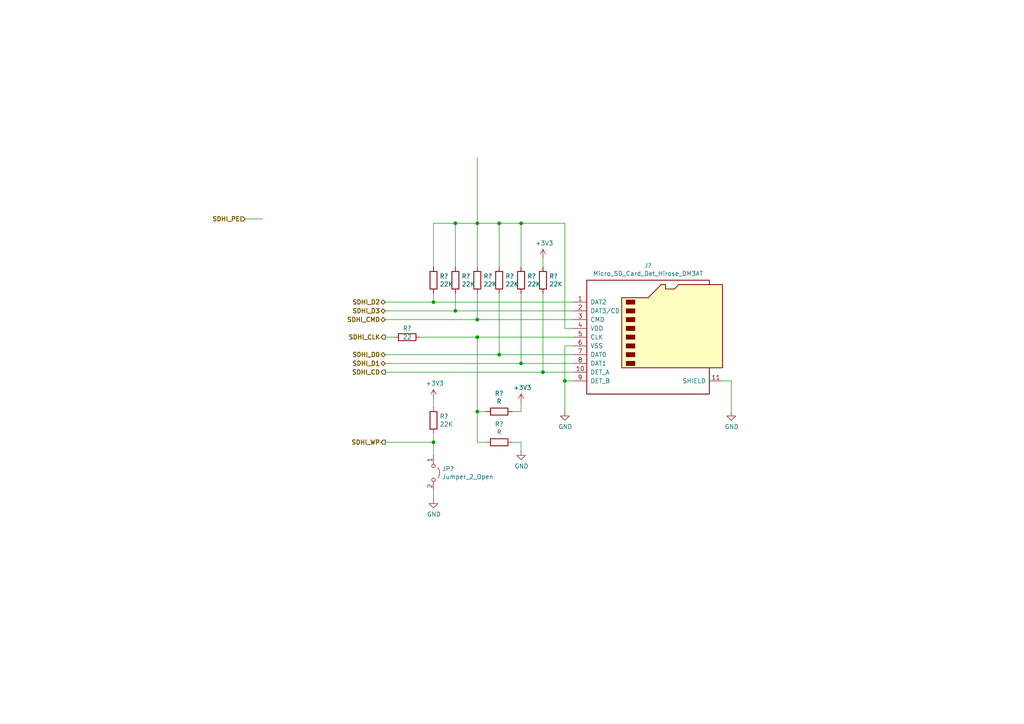
<source format=kicad_sch>
(kicad_sch (version 20211123) (generator eeschema)

  (uuid 4c8704fa-310a-4c01-8dc1-2b7e2727fea0)

  (paper "A4")

  (lib_symbols
    (symbol "Connector:Micro_SD_Card_Det_Hirose_DM3AT" (pin_names (offset 1.016)) (in_bom yes) (on_board yes)
      (property "Reference" "J" (id 0) (at -16.51 17.78 0)
        (effects (font (size 1.27 1.27)))
      )
      (property "Value" "Micro_SD_Card_Det_Hirose_DM3AT" (id 1) (at 16.51 17.78 0)
        (effects (font (size 1.27 1.27)) (justify right))
      )
      (property "Footprint" "" (id 2) (at 52.07 17.78 0)
        (effects (font (size 1.27 1.27)) hide)
      )
      (property "Datasheet" "https://www.hirose.com/product/en/download_file/key_name/DM3/category/Catalog/doc_file_id/49662/?file_category_id=4&item_id=195&is_series=1" (id 3) (at 0 2.54 0)
        (effects (font (size 1.27 1.27)) hide)
      )
      (property "ki_keywords" "connector SD microsd" (id 4) (at 0 0 0)
        (effects (font (size 1.27 1.27)) hide)
      )
      (property "ki_description" "Micro SD Card Socket with card detection pins" (id 5) (at 0 0 0)
        (effects (font (size 1.27 1.27)) hide)
      )
      (property "ki_fp_filters" "microSD*" (id 6) (at 0 0 0)
        (effects (font (size 1.27 1.27)) hide)
      )
      (symbol "Micro_SD_Card_Det_Hirose_DM3AT_0_1"
        (rectangle (start -7.62 -6.985) (end -5.08 -8.255)
          (stroke (width 0) (type default) (color 0 0 0 0))
          (fill (type outline))
        )
        (rectangle (start -7.62 -4.445) (end -5.08 -5.715)
          (stroke (width 0) (type default) (color 0 0 0 0))
          (fill (type outline))
        )
        (rectangle (start -7.62 -1.905) (end -5.08 -3.175)
          (stroke (width 0) (type default) (color 0 0 0 0))
          (fill (type outline))
        )
        (rectangle (start -7.62 0.635) (end -5.08 -0.635)
          (stroke (width 0) (type default) (color 0 0 0 0))
          (fill (type outline))
        )
        (rectangle (start -7.62 3.175) (end -5.08 1.905)
          (stroke (width 0) (type default) (color 0 0 0 0))
          (fill (type outline))
        )
        (rectangle (start -7.62 5.715) (end -5.08 4.445)
          (stroke (width 0) (type default) (color 0 0 0 0))
          (fill (type outline))
        )
        (rectangle (start -7.62 8.255) (end -5.08 6.985)
          (stroke (width 0) (type default) (color 0 0 0 0))
          (fill (type outline))
        )
        (rectangle (start -7.62 10.795) (end -5.08 9.525)
          (stroke (width 0) (type default) (color 0 0 0 0))
          (fill (type outline))
        )
        (polyline
          (pts
            (xy 16.51 15.24)
            (xy 16.51 16.51)
            (xy -19.05 16.51)
            (xy -19.05 -16.51)
            (xy 16.51 -16.51)
            (xy 16.51 -8.89)
          )
          (stroke (width 0.254) (type default) (color 0 0 0 0))
          (fill (type none))
        )
        (polyline
          (pts
            (xy -8.89 -8.89)
            (xy -8.89 11.43)
            (xy -1.27 11.43)
            (xy 2.54 15.24)
            (xy 3.81 15.24)
            (xy 3.81 13.97)
            (xy 6.35 13.97)
            (xy 7.62 15.24)
            (xy 20.32 15.24)
            (xy 20.32 -8.89)
            (xy -8.89 -8.89)
          )
          (stroke (width 0.254) (type default) (color 0 0 0 0))
          (fill (type background))
        )
      )
      (symbol "Micro_SD_Card_Det_Hirose_DM3AT_1_1"
        (pin bidirectional line (at -22.86 10.16 0) (length 3.81)
          (name "DAT2" (effects (font (size 1.27 1.27))))
          (number "1" (effects (font (size 1.27 1.27))))
        )
        (pin passive line (at -22.86 -10.16 0) (length 3.81)
          (name "DET_A" (effects (font (size 1.27 1.27))))
          (number "10" (effects (font (size 1.27 1.27))))
        )
        (pin passive line (at 20.32 -12.7 180) (length 3.81)
          (name "SHIELD" (effects (font (size 1.27 1.27))))
          (number "11" (effects (font (size 1.27 1.27))))
        )
        (pin bidirectional line (at -22.86 7.62 0) (length 3.81)
          (name "DAT3/CD" (effects (font (size 1.27 1.27))))
          (number "2" (effects (font (size 1.27 1.27))))
        )
        (pin input line (at -22.86 5.08 0) (length 3.81)
          (name "CMD" (effects (font (size 1.27 1.27))))
          (number "3" (effects (font (size 1.27 1.27))))
        )
        (pin power_in line (at -22.86 2.54 0) (length 3.81)
          (name "VDD" (effects (font (size 1.27 1.27))))
          (number "4" (effects (font (size 1.27 1.27))))
        )
        (pin input line (at -22.86 0 0) (length 3.81)
          (name "CLK" (effects (font (size 1.27 1.27))))
          (number "5" (effects (font (size 1.27 1.27))))
        )
        (pin power_in line (at -22.86 -2.54 0) (length 3.81)
          (name "VSS" (effects (font (size 1.27 1.27))))
          (number "6" (effects (font (size 1.27 1.27))))
        )
        (pin bidirectional line (at -22.86 -5.08 0) (length 3.81)
          (name "DAT0" (effects (font (size 1.27 1.27))))
          (number "7" (effects (font (size 1.27 1.27))))
        )
        (pin bidirectional line (at -22.86 -7.62 0) (length 3.81)
          (name "DAT1" (effects (font (size 1.27 1.27))))
          (number "8" (effects (font (size 1.27 1.27))))
        )
        (pin passive line (at -22.86 -12.7 0) (length 3.81)
          (name "DET_B" (effects (font (size 1.27 1.27))))
          (number "9" (effects (font (size 1.27 1.27))))
        )
      )
    )
    (symbol "Device:R" (pin_numbers hide) (pin_names (offset 0)) (in_bom yes) (on_board yes)
      (property "Reference" "R" (id 0) (at 2.032 0 90)
        (effects (font (size 1.27 1.27)))
      )
      (property "Value" "R" (id 1) (at 0 0 90)
        (effects (font (size 1.27 1.27)))
      )
      (property "Footprint" "" (id 2) (at -1.778 0 90)
        (effects (font (size 1.27 1.27)) hide)
      )
      (property "Datasheet" "~" (id 3) (at 0 0 0)
        (effects (font (size 1.27 1.27)) hide)
      )
      (property "ki_keywords" "R res resistor" (id 4) (at 0 0 0)
        (effects (font (size 1.27 1.27)) hide)
      )
      (property "ki_description" "Resistor" (id 5) (at 0 0 0)
        (effects (font (size 1.27 1.27)) hide)
      )
      (property "ki_fp_filters" "R_*" (id 6) (at 0 0 0)
        (effects (font (size 1.27 1.27)) hide)
      )
      (symbol "R_0_1"
        (rectangle (start -1.016 -2.54) (end 1.016 2.54)
          (stroke (width 0.254) (type default) (color 0 0 0 0))
          (fill (type none))
        )
      )
      (symbol "R_1_1"
        (pin passive line (at 0 3.81 270) (length 1.27)
          (name "~" (effects (font (size 1.27 1.27))))
          (number "1" (effects (font (size 1.27 1.27))))
        )
        (pin passive line (at 0 -3.81 90) (length 1.27)
          (name "~" (effects (font (size 1.27 1.27))))
          (number "2" (effects (font (size 1.27 1.27))))
        )
      )
    )
    (symbol "Jumper:Jumper_2_Open" (pin_names (offset 0) hide) (in_bom yes) (on_board yes)
      (property "Reference" "JP" (id 0) (at 0 2.794 0)
        (effects (font (size 1.27 1.27)))
      )
      (property "Value" "Jumper_2_Open" (id 1) (at 0 -2.286 0)
        (effects (font (size 1.27 1.27)))
      )
      (property "Footprint" "" (id 2) (at 0 0 0)
        (effects (font (size 1.27 1.27)) hide)
      )
      (property "Datasheet" "~" (id 3) (at 0 0 0)
        (effects (font (size 1.27 1.27)) hide)
      )
      (property "ki_keywords" "Jumper SPST" (id 4) (at 0 0 0)
        (effects (font (size 1.27 1.27)) hide)
      )
      (property "ki_description" "Jumper, 2-pole, open" (id 5) (at 0 0 0)
        (effects (font (size 1.27 1.27)) hide)
      )
      (property "ki_fp_filters" "Jumper* TestPoint*2Pads* TestPoint*Bridge*" (id 6) (at 0 0 0)
        (effects (font (size 1.27 1.27)) hide)
      )
      (symbol "Jumper_2_Open_0_0"
        (circle (center -2.032 0) (radius 0.508)
          (stroke (width 0) (type default) (color 0 0 0 0))
          (fill (type none))
        )
        (circle (center 2.032 0) (radius 0.508)
          (stroke (width 0) (type default) (color 0 0 0 0))
          (fill (type none))
        )
      )
      (symbol "Jumper_2_Open_0_1"
        (arc (start 1.524 1.27) (mid 0 1.778) (end -1.524 1.27)
          (stroke (width 0) (type default) (color 0 0 0 0))
          (fill (type none))
        )
      )
      (symbol "Jumper_2_Open_1_1"
        (pin passive line (at -5.08 0 0) (length 2.54)
          (name "A" (effects (font (size 1.27 1.27))))
          (number "1" (effects (font (size 1.27 1.27))))
        )
        (pin passive line (at 5.08 0 180) (length 2.54)
          (name "B" (effects (font (size 1.27 1.27))))
          (number "2" (effects (font (size 1.27 1.27))))
        )
      )
    )
    (symbol "power:+3.3V" (power) (pin_names (offset 0)) (in_bom yes) (on_board yes)
      (property "Reference" "#PWR" (id 0) (at 0 -3.81 0)
        (effects (font (size 1.27 1.27)) hide)
      )
      (property "Value" "+3.3V" (id 1) (at 0 3.556 0)
        (effects (font (size 1.27 1.27)))
      )
      (property "Footprint" "" (id 2) (at 0 0 0)
        (effects (font (size 1.27 1.27)) hide)
      )
      (property "Datasheet" "" (id 3) (at 0 0 0)
        (effects (font (size 1.27 1.27)) hide)
      )
      (property "ki_keywords" "power-flag" (id 4) (at 0 0 0)
        (effects (font (size 1.27 1.27)) hide)
      )
      (property "ki_description" "Power symbol creates a global label with name \"+3.3V\"" (id 5) (at 0 0 0)
        (effects (font (size 1.27 1.27)) hide)
      )
      (symbol "+3.3V_0_1"
        (polyline
          (pts
            (xy -0.762 1.27)
            (xy 0 2.54)
          )
          (stroke (width 0) (type default) (color 0 0 0 0))
          (fill (type none))
        )
        (polyline
          (pts
            (xy 0 0)
            (xy 0 2.54)
          )
          (stroke (width 0) (type default) (color 0 0 0 0))
          (fill (type none))
        )
        (polyline
          (pts
            (xy 0 2.54)
            (xy 0.762 1.27)
          )
          (stroke (width 0) (type default) (color 0 0 0 0))
          (fill (type none))
        )
      )
      (symbol "+3.3V_1_1"
        (pin power_in line (at 0 0 90) (length 0) hide
          (name "+3V3" (effects (font (size 1.27 1.27))))
          (number "1" (effects (font (size 1.27 1.27))))
        )
      )
    )
    (symbol "power:GND" (power) (pin_names (offset 0)) (in_bom yes) (on_board yes)
      (property "Reference" "#PWR" (id 0) (at 0 -6.35 0)
        (effects (font (size 1.27 1.27)) hide)
      )
      (property "Value" "GND" (id 1) (at 0 -3.81 0)
        (effects (font (size 1.27 1.27)))
      )
      (property "Footprint" "" (id 2) (at 0 0 0)
        (effects (font (size 1.27 1.27)) hide)
      )
      (property "Datasheet" "" (id 3) (at 0 0 0)
        (effects (font (size 1.27 1.27)) hide)
      )
      (property "ki_keywords" "power-flag" (id 4) (at 0 0 0)
        (effects (font (size 1.27 1.27)) hide)
      )
      (property "ki_description" "Power symbol creates a global label with name \"GND\" , ground" (id 5) (at 0 0 0)
        (effects (font (size 1.27 1.27)) hide)
      )
      (symbol "GND_0_1"
        (polyline
          (pts
            (xy 0 0)
            (xy 0 -1.27)
            (xy 1.27 -1.27)
            (xy 0 -2.54)
            (xy -1.27 -1.27)
            (xy 0 -1.27)
          )
          (stroke (width 0) (type default) (color 0 0 0 0))
          (fill (type none))
        )
      )
      (symbol "GND_1_1"
        (pin power_in line (at 0 0 270) (length 0) hide
          (name "GND" (effects (font (size 1.27 1.27))))
          (number "1" (effects (font (size 1.27 1.27))))
        )
      )
    )
  )

  (junction (at 151.13 105.41) (diameter 0) (color 0 0 0 0)
    (uuid 0c9bbc06-f1c0-4359-8448-9c515b32a886)
  )
  (junction (at 157.48 107.95) (diameter 0) (color 0 0 0 0)
    (uuid 1527299a-08b3-47c3-929f-a75c83be365e)
  )
  (junction (at 138.43 92.71) (diameter 0) (color 0 0 0 0)
    (uuid 22ab392d-1989-4185-9178-8083812ea067)
  )
  (junction (at 144.78 64.77) (diameter 0) (color 0 0 0 0)
    (uuid 29cd9e70-9b68-44f7-96b2-fe993c246832)
  )
  (junction (at 144.78 102.87) (diameter 0) (color 0 0 0 0)
    (uuid 2dc66f7e-d85d-4081-ae71-fd8851d6aeda)
  )
  (junction (at 132.08 64.77) (diameter 0) (color 0 0 0 0)
    (uuid 2f5467a7-bd49-433c-92f2-60a842e66f7b)
  )
  (junction (at 138.43 97.79) (diameter 0) (color 0 0 0 0)
    (uuid 41524d81-a7f7-45af-a8c6-15609b68d1fd)
  )
  (junction (at 138.43 64.77) (diameter 0) (color 0 0 0 0)
    (uuid 47484446-e64c-4a82-88af-15de92cf6ad4)
  )
  (junction (at 125.73 87.63) (diameter 0) (color 0 0 0 0)
    (uuid 53fda1fb-12bd-4536-80e1-aab5c0e3fc58)
  )
  (junction (at 151.13 64.77) (diameter 0) (color 0 0 0 0)
    (uuid 750e60a2-e808-4253-8275-b79930fb2714)
  )
  (junction (at 138.43 119.38) (diameter 0) (color 0 0 0 0)
    (uuid 93afd2e8-e16c-4e06-b872-cf0e624aee35)
  )
  (junction (at 163.83 110.49) (diameter 0) (color 0 0 0 0)
    (uuid a67dbe3b-ec7d-4ea5-b0e5-715c5263d8da)
  )
  (junction (at 125.73 128.27) (diameter 0) (color 0 0 0 0)
    (uuid e1fe6230-75c5-4750-aaea-24a9b80589d8)
  )
  (junction (at 132.08 90.17) (diameter 0) (color 0 0 0 0)
    (uuid f030cfe8-f922-4a12-a58d-2ff6e60a9bb9)
  )

  (wire (pts (xy 111.76 107.95) (xy 157.48 107.95))
    (stroke (width 0) (type default) (color 0 0 0 0))
    (uuid 042fe62b-53aa-4e86-97d0-9ccb1e16a895)
  )
  (wire (pts (xy 132.08 85.09) (xy 132.08 90.17))
    (stroke (width 0) (type default) (color 0 0 0 0))
    (uuid 0f62e92c-dce6-45dc-a560-b9db10f66ff3)
  )
  (wire (pts (xy 144.78 102.87) (xy 166.37 102.87))
    (stroke (width 0) (type default) (color 0 0 0 0))
    (uuid 0ff398d7-e6e2-4972-a7a4-438407886f34)
  )
  (wire (pts (xy 151.13 64.77) (xy 144.78 64.77))
    (stroke (width 0) (type default) (color 0 0 0 0))
    (uuid 10fa1a8c-62cb-4b8f-b916-b18d737ff71b)
  )
  (wire (pts (xy 151.13 105.41) (xy 166.37 105.41))
    (stroke (width 0) (type default) (color 0 0 0 0))
    (uuid 18dee026-9999-4f10-8c36-736131349406)
  )
  (wire (pts (xy 121.92 97.79) (xy 138.43 97.79))
    (stroke (width 0) (type default) (color 0 0 0 0))
    (uuid 2938bf2d-2d32-4cb0-9d4d-563ea28ffffa)
  )
  (wire (pts (xy 138.43 64.77) (xy 132.08 64.77))
    (stroke (width 0) (type default) (color 0 0 0 0))
    (uuid 2e1d63b8-5189-41bb-8b6a-c4ada546b2d5)
  )
  (wire (pts (xy 125.73 64.77) (xy 125.73 77.47))
    (stroke (width 0) (type default) (color 0 0 0 0))
    (uuid 2f33286e-7553-4442-acf0-23c61fcd6ab0)
  )
  (wire (pts (xy 125.73 132.08) (xy 125.73 128.27))
    (stroke (width 0) (type default) (color 0 0 0 0))
    (uuid 3f43c2dc-daa2-45ba-b8ca-7ae5aebed882)
  )
  (wire (pts (xy 209.55 110.49) (xy 212.09 110.49))
    (stroke (width 0) (type default) (color 0 0 0 0))
    (uuid 414f80f7-b2d5-43c3-a018-819efe44fe30)
  )
  (wire (pts (xy 151.13 128.27) (xy 151.13 130.81))
    (stroke (width 0) (type default) (color 0 0 0 0))
    (uuid 45a58c23-3e6d-4df0-af01-6d5948b0075c)
  )
  (wire (pts (xy 148.59 119.38) (xy 151.13 119.38))
    (stroke (width 0) (type default) (color 0 0 0 0))
    (uuid 48034820-9d25-4020-8e74-d44c1441e803)
  )
  (wire (pts (xy 163.83 64.77) (xy 151.13 64.77))
    (stroke (width 0) (type default) (color 0 0 0 0))
    (uuid 4d51bc15-1f84-46be-8e16-e836b10f854e)
  )
  (wire (pts (xy 132.08 64.77) (xy 125.73 64.77))
    (stroke (width 0) (type default) (color 0 0 0 0))
    (uuid 5206328f-de7d-41ba-bad8-f1768b7701cb)
  )
  (wire (pts (xy 157.48 85.09) (xy 157.48 107.95))
    (stroke (width 0) (type default) (color 0 0 0 0))
    (uuid 58a87288-e2bf-4c88-9871-a753efc69e9d)
  )
  (wire (pts (xy 111.76 105.41) (xy 151.13 105.41))
    (stroke (width 0) (type default) (color 0 0 0 0))
    (uuid 5dbda758-e74b-4ccf-ad68-495d537d68ba)
  )
  (wire (pts (xy 111.76 128.27) (xy 125.73 128.27))
    (stroke (width 0) (type default) (color 0 0 0 0))
    (uuid 6ba19f6c-fa3a-4bf3-8c57-119de0f02b65)
  )
  (wire (pts (xy 111.76 92.71) (xy 138.43 92.71))
    (stroke (width 0) (type default) (color 0 0 0 0))
    (uuid 6e77d4d6-0239-4c20-98f8-23ae4f71d638)
  )
  (wire (pts (xy 138.43 85.09) (xy 138.43 92.71))
    (stroke (width 0) (type default) (color 0 0 0 0))
    (uuid 6fd21292-6577-40e1-bbda-18906b5e9f6f)
  )
  (wire (pts (xy 138.43 64.77) (xy 138.43 77.47))
    (stroke (width 0) (type default) (color 0 0 0 0))
    (uuid 7114de55-86d9-46c1-a412-07f5eb895435)
  )
  (wire (pts (xy 138.43 97.79) (xy 138.43 119.38))
    (stroke (width 0) (type default) (color 0 0 0 0))
    (uuid 71aa3829-956e-4ff9-af3f-b06e50ab2b5a)
  )
  (wire (pts (xy 138.43 119.38) (xy 138.43 128.27))
    (stroke (width 0) (type default) (color 0 0 0 0))
    (uuid 7df9ce6f-7f38-4582-a049-7f92faf1abc9)
  )
  (wire (pts (xy 138.43 45.72) (xy 138.43 64.77))
    (stroke (width 0) (type default) (color 0 0 0 0))
    (uuid 8fd0b33a-45bf-4216-9d7e-a62e1c071730)
  )
  (wire (pts (xy 125.73 85.09) (xy 125.73 87.63))
    (stroke (width 0) (type default) (color 0 0 0 0))
    (uuid 929c74c0-78bf-4efe-a778-fa328e951865)
  )
  (wire (pts (xy 111.76 90.17) (xy 132.08 90.17))
    (stroke (width 0) (type default) (color 0 0 0 0))
    (uuid 9666bb6a-0c1d-4c92-be6d-94a465ec5c51)
  )
  (wire (pts (xy 163.83 64.77) (xy 163.83 95.25))
    (stroke (width 0) (type default) (color 0 0 0 0))
    (uuid 9e18f8b3-9e1a-4022-9224-10c12ca8a28d)
  )
  (wire (pts (xy 125.73 128.27) (xy 125.73 125.73))
    (stroke (width 0) (type default) (color 0 0 0 0))
    (uuid 9f95f1fc-aa31-4ce6-996a-4b385731d8eb)
  )
  (wire (pts (xy 140.97 119.38) (xy 138.43 119.38))
    (stroke (width 0) (type default) (color 0 0 0 0))
    (uuid a09cb1c4-cc63-49c7-a35f-4b80c3ba2217)
  )
  (wire (pts (xy 157.48 77.47) (xy 157.48 74.93))
    (stroke (width 0) (type default) (color 0 0 0 0))
    (uuid a12b751e-ae7a-468c-af3d-31ed4d501b01)
  )
  (wire (pts (xy 212.09 110.49) (xy 212.09 119.38))
    (stroke (width 0) (type default) (color 0 0 0 0))
    (uuid a419542a-0c78-421e-9ac7-81d3afba6186)
  )
  (wire (pts (xy 125.73 87.63) (xy 166.37 87.63))
    (stroke (width 0) (type default) (color 0 0 0 0))
    (uuid aa288a22-ea1d-474d-8dae-efe971580843)
  )
  (wire (pts (xy 125.73 118.11) (xy 125.73 115.57))
    (stroke (width 0) (type default) (color 0 0 0 0))
    (uuid ab0ea55a-63b3-4ece-836d-2844713a821f)
  )
  (wire (pts (xy 76.2 63.5) (xy 71.12 63.5))
    (stroke (width 0) (type default) (color 0 0 0 0))
    (uuid b5cea0b5-192f-476b-a3c8-0c26e2231699)
  )
  (wire (pts (xy 151.13 85.09) (xy 151.13 105.41))
    (stroke (width 0) (type default) (color 0 0 0 0))
    (uuid b606e532-e4c7-444d-b9ff-879f52cfde92)
  )
  (wire (pts (xy 111.76 102.87) (xy 144.78 102.87))
    (stroke (width 0) (type default) (color 0 0 0 0))
    (uuid b853d9ac-7829-468f-99ac-dc9996502e94)
  )
  (wire (pts (xy 163.83 100.33) (xy 163.83 110.49))
    (stroke (width 0) (type default) (color 0 0 0 0))
    (uuid bc1d5740-b0c7-4566-95b0-470ac47a1fb3)
  )
  (wire (pts (xy 138.43 97.79) (xy 166.37 97.79))
    (stroke (width 0) (type default) (color 0 0 0 0))
    (uuid bcacf97a-a49b-480c-96ed-a857f56faeb2)
  )
  (wire (pts (xy 151.13 119.38) (xy 151.13 116.84))
    (stroke (width 0) (type default) (color 0 0 0 0))
    (uuid be118b00-015b-445a-8fc5-7bf35350fda8)
  )
  (wire (pts (xy 111.76 87.63) (xy 125.73 87.63))
    (stroke (width 0) (type default) (color 0 0 0 0))
    (uuid c10ace36-a93c-4c08-ac75-059ef9e1f71c)
  )
  (wire (pts (xy 166.37 100.33) (xy 163.83 100.33))
    (stroke (width 0) (type default) (color 0 0 0 0))
    (uuid c480dba7-51ff-4a4f-9251-e48b2784c64a)
  )
  (wire (pts (xy 125.73 142.24) (xy 125.73 144.78))
    (stroke (width 0) (type default) (color 0 0 0 0))
    (uuid c482f4f0-b441-4301-a9f1-c7f9e511d699)
  )
  (wire (pts (xy 151.13 64.77) (xy 151.13 77.47))
    (stroke (width 0) (type default) (color 0 0 0 0))
    (uuid cd48b13f-c989-4ac1-a7f0-053afcd77527)
  )
  (wire (pts (xy 138.43 92.71) (xy 166.37 92.71))
    (stroke (width 0) (type default) (color 0 0 0 0))
    (uuid d372e2ac-d81e-48b7-8c55-9bbe58eeffc3)
  )
  (wire (pts (xy 144.78 85.09) (xy 144.78 102.87))
    (stroke (width 0) (type default) (color 0 0 0 0))
    (uuid d5a7688c-7438-4b6d-999f-4f2a3cb18fd6)
  )
  (wire (pts (xy 157.48 107.95) (xy 166.37 107.95))
    (stroke (width 0) (type default) (color 0 0 0 0))
    (uuid db532ed2-914c-41b4-b389-de2bf235d0a7)
  )
  (wire (pts (xy 140.97 128.27) (xy 138.43 128.27))
    (stroke (width 0) (type default) (color 0 0 0 0))
    (uuid dd3da890-32ef-4a5a-aea4-e5d2141f1ff1)
  )
  (wire (pts (xy 132.08 64.77) (xy 132.08 77.47))
    (stroke (width 0) (type default) (color 0 0 0 0))
    (uuid dd5f7736-b8aa-44f2-a044-e514d63d48f3)
  )
  (wire (pts (xy 114.3 97.79) (xy 111.76 97.79))
    (stroke (width 0) (type default) (color 0 0 0 0))
    (uuid e46ecd61-0bbe-4b9f-a151-a2cacac5967b)
  )
  (wire (pts (xy 144.78 64.77) (xy 144.78 77.47))
    (stroke (width 0) (type default) (color 0 0 0 0))
    (uuid e7376da1-2f59-4570-81e8-46fca0289df0)
  )
  (wire (pts (xy 148.59 128.27) (xy 151.13 128.27))
    (stroke (width 0) (type default) (color 0 0 0 0))
    (uuid e8312cc4-6502-4783-b578-55c01e0393af)
  )
  (wire (pts (xy 132.08 90.17) (xy 166.37 90.17))
    (stroke (width 0) (type default) (color 0 0 0 0))
    (uuid e9a9fba3-7cfa-45ca-926c-a5a8ecd7e3a4)
  )
  (wire (pts (xy 166.37 95.25) (xy 163.83 95.25))
    (stroke (width 0) (type default) (color 0 0 0 0))
    (uuid eb1b2aa2-a3cc-4a96-87ec-70fcae365f0f)
  )
  (wire (pts (xy 144.78 64.77) (xy 138.43 64.77))
    (stroke (width 0) (type default) (color 0 0 0 0))
    (uuid f879c0e8-5893-4eb4-8e59-2292a632100f)
  )
  (wire (pts (xy 163.83 110.49) (xy 163.83 119.38))
    (stroke (width 0) (type default) (color 0 0 0 0))
    (uuid fab1abc4-c49d-4b88-8c7f-939d7feb7b6c)
  )
  (wire (pts (xy 166.37 110.49) (xy 163.83 110.49))
    (stroke (width 0) (type default) (color 0 0 0 0))
    (uuid fb191df4-267d-4797-80dd-be346b8eeb99)
  )

  (hierarchical_label "SDHI_D0" (shape bidirectional) (at 111.76 102.87 180)
    (effects (font (size 1.27 1.27) (thickness 0.254) bold) (justify right))
    (uuid 05e45f00-3c6b-4c0c-9ffb-3fe26fcda007)
  )
  (hierarchical_label "SDHI_CMD" (shape bidirectional) (at 111.76 92.71 180)
    (effects (font (size 1.27 1.27) (thickness 0.254) bold) (justify right))
    (uuid 2fb9964c-4cd4-4e81-b5e8-f78759d3adb5)
  )
  (hierarchical_label "SDHI_D1" (shape bidirectional) (at 111.76 105.41 180)
    (effects (font (size 1.27 1.27) (thickness 0.254) bold) (justify right))
    (uuid 40b38567-9d6a-4691-bccf-1b4dbe39957b)
  )
  (hierarchical_label "SDHI_PE" (shape input) (at 71.12 63.5 180)
    (effects (font (size 1.27 1.27) (thickness 0.254) bold) (justify right))
    (uuid 524d7aa8-362f-459a-b2ae-4ca2a0b1612b)
  )
  (hierarchical_label "SDHI_CD" (shape output) (at 111.76 107.95 180)
    (effects (font (size 1.27 1.27) (thickness 0.254) bold) (justify right))
    (uuid 6742a066-6a5f-4185-90ae-b7fe8c6eda52)
  )
  (hierarchical_label "SDHI_D2" (shape bidirectional) (at 111.76 87.63 180)
    (effects (font (size 1.27 1.27) (thickness 0.254) bold) (justify right))
    (uuid 6f44a349-1ba9-4965-b217-aa1589a07228)
  )
  (hierarchical_label "SDHI_CLK" (shape output) (at 111.76 97.79 180)
    (effects (font (size 1.27 1.27) (thickness 0.254) bold) (justify right))
    (uuid 8385d9f6-6997-423b-b38d-d0ab00c45f3f)
  )
  (hierarchical_label "SDHI_D3" (shape bidirectional) (at 111.76 90.17 180)
    (effects (font (size 1.27 1.27) (thickness 0.254) bold) (justify right))
    (uuid b45059f3-613f-4b7a-a70a-ed75a9e941e6)
  )
  (hierarchical_label "SDHI_WP" (shape output) (at 111.76 128.27 180)
    (effects (font (size 1.27 1.27) (thickness 0.254) bold) (justify right))
    (uuid e3c3d042-f4c5-4fb1-a6b8-52aa1c14cc0e)
  )

  (symbol (lib_id "Connector:Micro_SD_Card_Det_Hirose_DM3AT") (at 189.23 97.79 0) (unit 1)
    (in_bom yes) (on_board yes)
    (uuid 00000000-0000-0000-0000-00005dc476e8)
    (property "Reference" "J?" (id 0) (at 187.96 77.0382 0))
    (property "Value" "Micro_SD_Card_Det_Hirose_DM3AT" (id 1) (at 187.96 79.3496 0))
    (property "Footprint" "" (id 2) (at 241.3 80.01 0)
      (effects (font (size 1.27 1.27)) hide)
    )
    (property "Datasheet" "https://www.hirose.com/product/en/download_file/key_name/DM3/category/Catalog/doc_file_id/49662/?file_category_id=4&item_id=195&is_series=1" (id 3) (at 189.23 95.25 0)
      (effects (font (size 1.27 1.27)) hide)
    )
    (pin "1" (uuid 24dbc709-7491-4fc9-bf7f-85ed988dfbf4))
    (pin "10" (uuid e8be1274-9bdd-4e35-b974-d055106fcd6c))
    (pin "11" (uuid 3e9c1c63-e670-4848-9887-5e04bddf24de))
    (pin "2" (uuid 6cb4a88e-d39b-4cb8-bf1c-d1fff6af9ce7))
    (pin "3" (uuid bdf1c004-a198-4818-8a1c-952266953ddd))
    (pin "4" (uuid 6fe40480-03da-4d2f-afb7-12447be8f3ad))
    (pin "5" (uuid 942a8486-fbcf-4ef2-b335-e812292683e0))
    (pin "6" (uuid 07d02498-98e6-4a97-90f7-d649212851cf))
    (pin "7" (uuid df245d33-e4ea-4d1f-b1e5-78c664b51ef2))
    (pin "8" (uuid d6704403-b4bf-4a04-bc5d-cbb8a034e8dc))
    (pin "9" (uuid edb0654d-afca-4dae-aac6-bd045d15e417))
  )

  (symbol (lib_id "power:GND") (at 163.83 119.38 0) (unit 1)
    (in_bom yes) (on_board yes)
    (uuid 00000000-0000-0000-0000-00005dc49af6)
    (property "Reference" "#PWR?" (id 0) (at 163.83 125.73 0)
      (effects (font (size 1.27 1.27)) hide)
    )
    (property "Value" "GND" (id 1) (at 163.957 123.7742 0))
    (property "Footprint" "" (id 2) (at 163.83 119.38 0)
      (effects (font (size 1.27 1.27)) hide)
    )
    (property "Datasheet" "" (id 3) (at 163.83 119.38 0)
      (effects (font (size 1.27 1.27)) hide)
    )
    (pin "1" (uuid 2d8985a5-af83-42de-982c-b51a5c9d3724))
  )

  (symbol (lib_id "power:GND") (at 212.09 119.38 0) (unit 1)
    (in_bom yes) (on_board yes)
    (uuid 00000000-0000-0000-0000-00005dc49edf)
    (property "Reference" "#PWR?" (id 0) (at 212.09 125.73 0)
      (effects (font (size 1.27 1.27)) hide)
    )
    (property "Value" "GND" (id 1) (at 212.217 123.7742 0))
    (property "Footprint" "" (id 2) (at 212.09 119.38 0)
      (effects (font (size 1.27 1.27)) hide)
    )
    (property "Datasheet" "" (id 3) (at 212.09 119.38 0)
      (effects (font (size 1.27 1.27)) hide)
    )
    (pin "1" (uuid c19563d1-3d59-4d90-87ee-f4ea8ca22d6d))
  )

  (symbol (lib_id "Device:R") (at 125.73 81.28 0) (unit 1)
    (in_bom yes) (on_board yes)
    (uuid 00000000-0000-0000-0000-00005dc4a789)
    (property "Reference" "R?" (id 0) (at 127.508 80.1116 0)
      (effects (font (size 1.27 1.27)) (justify left))
    )
    (property "Value" "22K" (id 1) (at 127.508 82.423 0)
      (effects (font (size 1.27 1.27)) (justify left))
    )
    (property "Footprint" "" (id 2) (at 123.952 81.28 90)
      (effects (font (size 1.27 1.27)) hide)
    )
    (property "Datasheet" "~" (id 3) (at 125.73 81.28 0)
      (effects (font (size 1.27 1.27)) hide)
    )
    (pin "1" (uuid 3f5fee63-9d0d-4da9-9527-0149c35080e8))
    (pin "2" (uuid 018a5885-1fb7-4b17-847b-5b5461268b84))
  )

  (symbol (lib_id "Device:R") (at 132.08 81.28 0) (unit 1)
    (in_bom yes) (on_board yes)
    (uuid 00000000-0000-0000-0000-00005dc4b2f9)
    (property "Reference" "R?" (id 0) (at 133.858 80.1116 0)
      (effects (font (size 1.27 1.27)) (justify left))
    )
    (property "Value" "22K" (id 1) (at 133.858 82.423 0)
      (effects (font (size 1.27 1.27)) (justify left))
    )
    (property "Footprint" "" (id 2) (at 130.302 81.28 90)
      (effects (font (size 1.27 1.27)) hide)
    )
    (property "Datasheet" "~" (id 3) (at 132.08 81.28 0)
      (effects (font (size 1.27 1.27)) hide)
    )
    (pin "1" (uuid bdaecda6-2cad-4a05-b417-bdfa06b9e6a4))
    (pin "2" (uuid ef85c080-0620-4d60-b431-365183019483))
  )

  (symbol (lib_id "Device:R") (at 138.43 81.28 0) (unit 1)
    (in_bom yes) (on_board yes)
    (uuid 00000000-0000-0000-0000-00005dc4b973)
    (property "Reference" "R?" (id 0) (at 140.208 80.1116 0)
      (effects (font (size 1.27 1.27)) (justify left))
    )
    (property "Value" "22K" (id 1) (at 140.208 82.423 0)
      (effects (font (size 1.27 1.27)) (justify left))
    )
    (property "Footprint" "" (id 2) (at 136.652 81.28 90)
      (effects (font (size 1.27 1.27)) hide)
    )
    (property "Datasheet" "~" (id 3) (at 138.43 81.28 0)
      (effects (font (size 1.27 1.27)) hide)
    )
    (pin "1" (uuid 37d84c3e-4224-471b-8e4a-c2b2e57c96a2))
    (pin "2" (uuid 62a39380-ee17-4c8e-b760-1f6232fb9738))
  )

  (symbol (lib_id "Device:R") (at 144.78 81.28 0) (unit 1)
    (in_bom yes) (on_board yes)
    (uuid 00000000-0000-0000-0000-00005dc4bae5)
    (property "Reference" "R?" (id 0) (at 146.558 80.1116 0)
      (effects (font (size 1.27 1.27)) (justify left))
    )
    (property "Value" "22K" (id 1) (at 146.558 82.423 0)
      (effects (font (size 1.27 1.27)) (justify left))
    )
    (property "Footprint" "" (id 2) (at 143.002 81.28 90)
      (effects (font (size 1.27 1.27)) hide)
    )
    (property "Datasheet" "~" (id 3) (at 144.78 81.28 0)
      (effects (font (size 1.27 1.27)) hide)
    )
    (pin "1" (uuid b0b22e3b-ad5c-48af-acf9-0be147513efa))
    (pin "2" (uuid 8ab5830a-8b9a-4a14-8b05-40ee3aef7375))
  )

  (symbol (lib_id "Device:R") (at 118.11 97.79 270) (unit 1)
    (in_bom yes) (on_board yes)
    (uuid 00000000-0000-0000-0000-00005dc4c865)
    (property "Reference" "R?" (id 0) (at 118.11 95.25 90))
    (property "Value" "22" (id 1) (at 118.11 97.79 90))
    (property "Footprint" "" (id 2) (at 118.11 96.012 90)
      (effects (font (size 1.27 1.27)) hide)
    )
    (property "Datasheet" "~" (id 3) (at 118.11 97.79 0)
      (effects (font (size 1.27 1.27)) hide)
    )
    (pin "1" (uuid 5758ab8c-9cb2-4821-8926-b053b2c4eb9b))
    (pin "2" (uuid ea685f11-1c36-44f8-a3f7-c5832526907a))
  )

  (symbol (lib_id "Device:R") (at 151.13 81.28 0) (unit 1)
    (in_bom yes) (on_board yes)
    (uuid 00000000-0000-0000-0000-00005dc4ff66)
    (property "Reference" "R?" (id 0) (at 152.908 80.1116 0)
      (effects (font (size 1.27 1.27)) (justify left))
    )
    (property "Value" "22K" (id 1) (at 152.908 82.423 0)
      (effects (font (size 1.27 1.27)) (justify left))
    )
    (property "Footprint" "" (id 2) (at 149.352 81.28 90)
      (effects (font (size 1.27 1.27)) hide)
    )
    (property "Datasheet" "~" (id 3) (at 151.13 81.28 0)
      (effects (font (size 1.27 1.27)) hide)
    )
    (pin "1" (uuid b6896216-b1a6-41ea-956c-7985b8ed748e))
    (pin "2" (uuid 16b86cc3-bef5-4855-8ad6-17b93216d5e3))
  )

  (symbol (lib_id "Device:R") (at 157.48 81.28 0) (unit 1)
    (in_bom yes) (on_board yes)
    (uuid 00000000-0000-0000-0000-00005dc502e1)
    (property "Reference" "R?" (id 0) (at 159.258 80.1116 0)
      (effects (font (size 1.27 1.27)) (justify left))
    )
    (property "Value" "22K" (id 1) (at 159.258 82.423 0)
      (effects (font (size 1.27 1.27)) (justify left))
    )
    (property "Footprint" "" (id 2) (at 155.702 81.28 90)
      (effects (font (size 1.27 1.27)) hide)
    )
    (property "Datasheet" "~" (id 3) (at 157.48 81.28 0)
      (effects (font (size 1.27 1.27)) hide)
    )
    (pin "1" (uuid 29f5a9a2-94a6-4cdc-a8e7-84648a7a8222))
    (pin "2" (uuid 1c82e014-bb02-4ca8-8ed9-58a81ffec9b3))
  )

  (symbol (lib_id "Device:R") (at 125.73 121.92 0) (unit 1)
    (in_bom yes) (on_board yes)
    (uuid 00000000-0000-0000-0000-00005dc55576)
    (property "Reference" "R?" (id 0) (at 127.508 120.7516 0)
      (effects (font (size 1.27 1.27)) (justify left))
    )
    (property "Value" "22K" (id 1) (at 127.508 123.063 0)
      (effects (font (size 1.27 1.27)) (justify left))
    )
    (property "Footprint" "" (id 2) (at 123.952 121.92 90)
      (effects (font (size 1.27 1.27)) hide)
    )
    (property "Datasheet" "~" (id 3) (at 125.73 121.92 0)
      (effects (font (size 1.27 1.27)) hide)
    )
    (pin "1" (uuid 47c866b0-44b1-4e64-8797-9ed33e27890d))
    (pin "2" (uuid d26d3249-d5b6-4733-bc95-df0d5361ef00))
  )

  (symbol (lib_id "power:+3.3V") (at 125.73 115.57 0) (unit 1)
    (in_bom yes) (on_board yes)
    (uuid 00000000-0000-0000-0000-00005dc56e39)
    (property "Reference" "#PWR?" (id 0) (at 125.73 119.38 0)
      (effects (font (size 1.27 1.27)) hide)
    )
    (property "Value" "+3.3V" (id 1) (at 126.111 111.1758 0))
    (property "Footprint" "" (id 2) (at 125.73 115.57 0)
      (effects (font (size 1.27 1.27)) hide)
    )
    (property "Datasheet" "" (id 3) (at 125.73 115.57 0)
      (effects (font (size 1.27 1.27)) hide)
    )
    (pin "1" (uuid 78ced512-ee6c-447b-b7c7-b48acdbd799e))
  )

  (symbol (lib_id "power:+3.3V") (at 157.48 74.93 0) (unit 1)
    (in_bom yes) (on_board yes)
    (uuid 00000000-0000-0000-0000-00005dc58218)
    (property "Reference" "#PWR?" (id 0) (at 157.48 78.74 0)
      (effects (font (size 1.27 1.27)) hide)
    )
    (property "Value" "+3.3V" (id 1) (at 157.861 70.5358 0))
    (property "Footprint" "" (id 2) (at 157.48 74.93 0)
      (effects (font (size 1.27 1.27)) hide)
    )
    (property "Datasheet" "" (id 3) (at 157.48 74.93 0)
      (effects (font (size 1.27 1.27)) hide)
    )
    (pin "1" (uuid bc65c2db-a252-44aa-817e-677b743c1853))
  )

  (symbol (lib_id "Device:R") (at 144.78 119.38 270) (unit 1)
    (in_bom yes) (on_board yes)
    (uuid 00000000-0000-0000-0000-00005dc5b711)
    (property "Reference" "R?" (id 0) (at 144.78 114.1222 90))
    (property "Value" "R" (id 1) (at 144.78 116.4336 90))
    (property "Footprint" "" (id 2) (at 144.78 117.602 90)
      (effects (font (size 1.27 1.27)) hide)
    )
    (property "Datasheet" "~" (id 3) (at 144.78 119.38 0)
      (effects (font (size 1.27 1.27)) hide)
    )
    (pin "1" (uuid 3c84583b-dbf3-4d63-b581-765ba2ab1493))
    (pin "2" (uuid 6df3d5b6-3819-4319-b6d6-fb8c276b38eb))
  )

  (symbol (lib_id "Device:R") (at 144.78 128.27 270) (unit 1)
    (in_bom yes) (on_board yes)
    (uuid 00000000-0000-0000-0000-00005dc5b8fc)
    (property "Reference" "R?" (id 0) (at 144.78 123.0122 90))
    (property "Value" "R" (id 1) (at 144.78 125.3236 90))
    (property "Footprint" "" (id 2) (at 144.78 126.492 90)
      (effects (font (size 1.27 1.27)) hide)
    )
    (property "Datasheet" "~" (id 3) (at 144.78 128.27 0)
      (effects (font (size 1.27 1.27)) hide)
    )
    (pin "1" (uuid 8c4a3f5f-ba4a-4d83-bba5-fd24484d3ee2))
    (pin "2" (uuid e3b80142-76cc-4c64-a8d0-3b10dda13ffc))
  )

  (symbol (lib_id "power:+3.3V") (at 151.13 116.84 0) (unit 1)
    (in_bom yes) (on_board yes)
    (uuid 00000000-0000-0000-0000-00005dc5f1f1)
    (property "Reference" "#PWR?" (id 0) (at 151.13 120.65 0)
      (effects (font (size 1.27 1.27)) hide)
    )
    (property "Value" "+3.3V" (id 1) (at 151.511 112.4458 0))
    (property "Footprint" "" (id 2) (at 151.13 116.84 0)
      (effects (font (size 1.27 1.27)) hide)
    )
    (property "Datasheet" "" (id 3) (at 151.13 116.84 0)
      (effects (font (size 1.27 1.27)) hide)
    )
    (pin "1" (uuid 4eb878e1-e2d5-4174-b14f-fb8831790280))
  )

  (symbol (lib_id "power:GND") (at 151.13 130.81 0) (unit 1)
    (in_bom yes) (on_board yes)
    (uuid 00000000-0000-0000-0000-00005dc5f3d1)
    (property "Reference" "#PWR?" (id 0) (at 151.13 137.16 0)
      (effects (font (size 1.27 1.27)) hide)
    )
    (property "Value" "GND" (id 1) (at 151.257 135.2042 0))
    (property "Footprint" "" (id 2) (at 151.13 130.81 0)
      (effects (font (size 1.27 1.27)) hide)
    )
    (property "Datasheet" "" (id 3) (at 151.13 130.81 0)
      (effects (font (size 1.27 1.27)) hide)
    )
    (pin "1" (uuid d9121eca-f693-4d98-9984-7ca0a886df57))
  )

  (symbol (lib_id "Jumper:Jumper_2_Open") (at 125.73 137.16 270) (unit 1)
    (in_bom yes) (on_board yes)
    (uuid 00000000-0000-0000-0000-00005dc7c168)
    (property "Reference" "JP?" (id 0) (at 128.2192 135.9916 90)
      (effects (font (size 1.27 1.27)) (justify left))
    )
    (property "Value" "Jumper_2_Open" (id 1) (at 128.2192 138.303 90)
      (effects (font (size 1.27 1.27)) (justify left))
    )
    (property "Footprint" "" (id 2) (at 125.73 137.16 0)
      (effects (font (size 1.27 1.27)) hide)
    )
    (property "Datasheet" "~" (id 3) (at 125.73 137.16 0)
      (effects (font (size 1.27 1.27)) hide)
    )
    (pin "1" (uuid aa7eaaa6-454d-4f53-81bd-9d44605d78c3))
    (pin "2" (uuid 78b0f970-90b9-438c-898d-010e02056a97))
  )

  (symbol (lib_id "power:GND") (at 125.73 144.78 0) (unit 1)
    (in_bom yes) (on_board yes)
    (uuid 00000000-0000-0000-0000-00005dc7fb46)
    (property "Reference" "#PWR?" (id 0) (at 125.73 151.13 0)
      (effects (font (size 1.27 1.27)) hide)
    )
    (property "Value" "GND" (id 1) (at 125.857 149.1742 0))
    (property "Footprint" "" (id 2) (at 125.73 144.78 0)
      (effects (font (size 1.27 1.27)) hide)
    )
    (property "Datasheet" "" (id 3) (at 125.73 144.78 0)
      (effects (font (size 1.27 1.27)) hide)
    )
    (pin "1" (uuid 535ab027-7e18-4f9d-bda8-ee316b48e868))
  )
)

</source>
